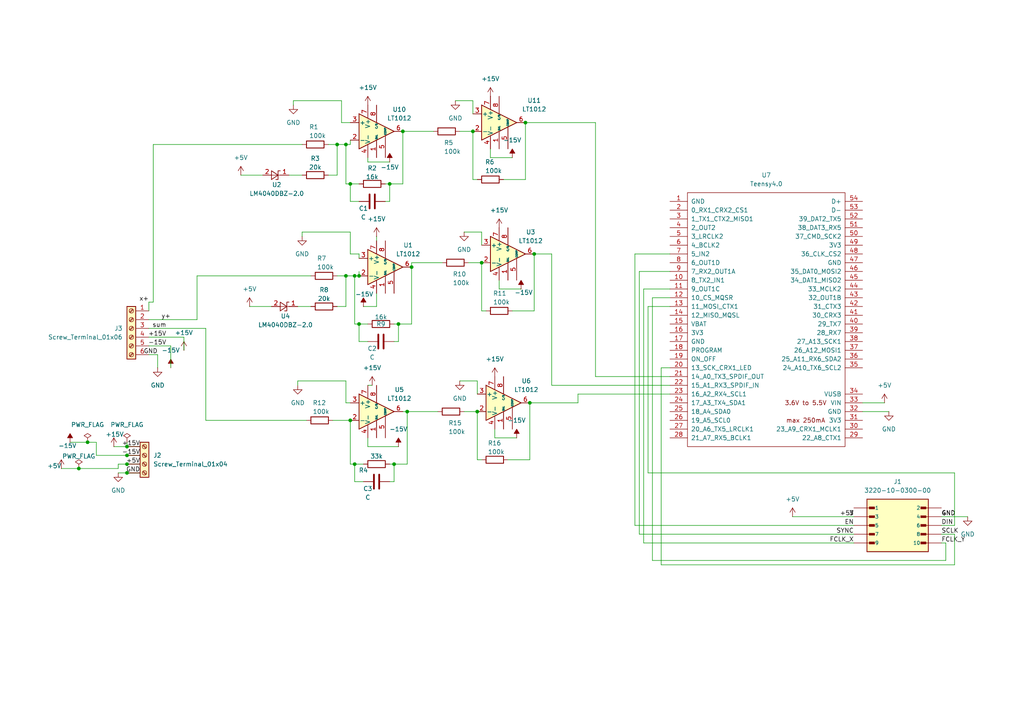
<source format=kicad_sch>
(kicad_sch (version 20250114) (generator "eeschema") (generator_version "9.0")
  (paper "A4")
  (lib_symbols
    (symbol "3220-10-0300-00:3220-10-0300-00" (pin_numbers (hide yes)) (pin_names (offset 1.016))
      (property "Reference" "J" (at -8.89 8.255 0))
      (property "Value" "3220-10-0300-00" (at -8.89 -10.16 0))
      (symbol "3220-10-0300-00_0_0"
        (rectangle (start -8.89 -7.62) (end 8.89 7.62) (stroke (width 0.254)) (fill (type background)))
        (rectangle (start -8.255 4.7625) (end -6.6675 5.3975) (stroke (width 0.1)) (fill (type outline)))
        (rectangle (start -8.255 2.2225) (end -6.6675 2.8575) (stroke (width 0.1)) (fill (type outline)))
        (rectangle (start -8.255 -0.3175) (end -6.6675 0.3175) (stroke (width 0.1)) (fill (type outline)))
        (rectangle (start -8.255 -2.8575) (end -6.6675 -2.2225) (stroke (width 0.1)) (fill (type outline)))
        (rectangle (start -8.255 -5.3975) (end -6.6675 -4.7625) (stroke (width 0.1)) (fill (type outline)))
        (rectangle (start 6.6675 4.7625) (end 8.255 5.3975) (stroke (width 0.1)) (fill (type outline)))
        (rectangle (start 6.6675 2.2225) (end 8.255 2.8575) (stroke (width 0.1)) (fill (type outline)))
        (rectangle (start 6.6675 -0.3175) (end 8.255 0.3175) (stroke (width 0.1)) (fill (type outline)))
        (rectangle (start 6.6675 -2.8575) (end 8.255 -2.2225) (stroke (width 0.1)) (fill (type outline)))
        (rectangle (start 6.6675 -5.3975) (end 8.255 -4.7625) (stroke (width 0.1)) (fill (type outline)))
        (pin passive line (at -12.7 5.08 0) (length 5.08) (name "1") (number "1"))
        (pin passive line (at -12.7 2.54 0) (length 5.08) (name "3") (number "3"))
        (pin passive line (at -12.7 0 0) (length 5.08) (name "5") (number "5"))
        (pin passive line (at -12.7 -2.54 0) (length 5.08) (name "7") (number "7"))
        (pin passive line (at -12.7 -5.08 0) (length 5.08) (name "9") (number "9"))
        (pin passive line (at 12.7 5.08 180) (length 5.08) (name "2") (number "2"))
        (pin passive line (at 12.7 2.54 180) (length 5.08) (name "4") (number "4"))
        (pin passive line (at 12.7 0 180) (length 5.08) (name "6") (number "6"))
        (pin passive line (at 12.7 -2.54 180) (length 5.08) (name "8") (number "8"))
        (pin passive line (at 12.7 -5.08 180) (length 5.08) (name "10") (number "10"))
      )
    )
    (symbol "Amplifier_Operational:LT1012" (pin_names (offset 0.127))
      (property "Reference" "U" (at 1.27 6.35 0))
      (property "Value" "LT1012" (at 1.27 3.81 0))
      (symbol "LT1012_0_1"
        (polyline (pts (xy -5.08 5.08) (xy 5.08 0) (xy -5.08 -5.08) (xy -5.08 5.08)) (stroke (width 0.254)) (fill (type background)))
      )
      (symbol "LT1012_1_1"
        (pin input line (at -7.62 2.54 0) (length 2.54) (name "+") (number "3"))
        (pin input line (at -7.62 -2.54 0) (length 2.54) (name "-") (number "2"))
        (pin power_in line (at -2.54 7.62 270) (length 3.81) (name "V+") (number "7"))
        (pin power_in line (at -2.54 -7.62 90) (length 3.81) (name "V-") (number "4"))
        (pin input line (at 0 7.62 270) (length 5.08) (name "C/B") (number "8"))
        (pin input line (at 0 -7.62 90) (length 5.08) (name "BAL") (number "1"))
        (pin input line (at 2.54 -7.62 90) (length 6.35) (name "COMP") (number "5"))
        (pin output line (at 7.62 0 180) (length 2.54) (name "~") (number "6"))
      )
    )
    (symbol "Connector:Screw_Terminal_01x04" (pin_numbers (hide yes)) (pin_names (offset 1.016) (hide yes))
      (property "Reference" "J" (at 0 5.08 0))
      (property "Value" "Screw_Terminal_01x04" (at 0 -7.62 0))
      (symbol "Screw_Terminal_01x04_1_1"
        (rectangle (start -1.27 3.81) (end 1.27 -6.35) (stroke (width 0.254)) (fill (type background)))
        (polyline (pts (xy -0.5334 2.8702) (xy 0.3302 2.032)) (stroke (width 0.1524)))
        (polyline (pts (xy -0.5334 0.3302) (xy 0.3302 -0.508)) (stroke (width 0.1524)))
        (polyline (pts (xy -0.5334 -2.2098) (xy 0.3302 -3.048)) (stroke (width 0.1524)))
        (polyline (pts (xy -0.5334 -4.7498) (xy 0.3302 -5.588)) (stroke (width 0.1524)))
        (polyline (pts (xy -0.3556 3.048) (xy 0.508 2.2098)) (stroke (width 0.1524)))
        (polyline (pts (xy -0.3556 0.508) (xy 0.508 -0.3302)) (stroke (width 0.1524)))
        (polyline (pts (xy -0.3556 -2.032) (xy 0.508 -2.8702)) (stroke (width 0.1524)))
        (polyline (pts (xy -0.3556 -4.572) (xy 0.508 -5.4102)) (stroke (width 0.1524)))
        (circle (center 0 2.54) (radius 0.635) (stroke (width 0.1524)))
        (circle (center 0 0) (radius 0.635) (stroke (width 0.1524)))
        (circle (center 0 -2.54) (radius 0.635) (stroke (width 0.1524)))
        (circle (center 0 -5.08) (radius 0.635) (stroke (width 0.1524)))
        (pin passive line (at -5.08 2.54 0) (length 3.81) (name "Pin_1") (number "1"))
        (pin passive line (at -5.08 0 0) (length 3.81) (name "Pin_2") (number "2"))
        (pin passive line (at -5.08 -2.54 0) (length 3.81) (name "Pin_3") (number "3"))
        (pin passive line (at -5.08 -5.08 0) (length 3.81) (name "Pin_4") (number "4"))
      )
    )
    (symbol "Connector:Screw_Terminal_01x06" (pin_names (offset 1.016) (hide yes))
      (property "Reference" "J" (at 0 7.62 0))
      (property "Value" "Screw_Terminal_01x06" (at 0 -10.16 0))
      (symbol "Screw_Terminal_01x06_1_1"
        (rectangle (start -1.27 6.35) (end 1.27 -8.89) (stroke (width 0.254)) (fill (type background)))
        (polyline (pts (xy -0.5334 5.4102) (xy 0.3302 4.572)) (stroke (width 0.1524)))
        (polyline (pts (xy -0.5334 2.8702) (xy 0.3302 2.032)) (stroke (width 0.1524)))
        (polyline (pts (xy -0.5334 0.3302) (xy 0.3302 -0.508)) (stroke (width 0.1524)))
        (polyline (pts (xy -0.5334 -2.2098) (xy 0.3302 -3.048)) (stroke (width 0.1524)))
        (polyline (pts (xy -0.5334 -4.7498) (xy 0.3302 -5.588)) (stroke (width 0.1524)))
        (polyline (pts (xy -0.5334 -7.2898) (xy 0.3302 -8.128)) (stroke (width 0.1524)))
        (polyline (pts (xy -0.3556 5.588) (xy 0.508 4.7498)) (stroke (width 0.1524)))
        (polyline (pts (xy -0.3556 3.048) (xy 0.508 2.2098)) (stroke (width 0.1524)))
        (polyline (pts (xy -0.3556 0.508) (xy 0.508 -0.3302)) (stroke (width 0.1524)))
        (polyline (pts (xy -0.3556 -2.032) (xy 0.508 -2.8702)) (stroke (width 0.1524)))
        (polyline (pts (xy -0.3556 -4.572) (xy 0.508 -5.4102)) (stroke (width 0.1524)))
        (polyline (pts (xy -0.3556 -7.112) (xy 0.508 -7.9502)) (stroke (width 0.1524)))
        (circle (center 0 5.08) (radius 0.635) (stroke (width 0.1524)))
        (circle (center 0 2.54) (radius 0.635) (stroke (width 0.1524)))
        (circle (center 0 0) (radius 0.635) (stroke (width 0.1524)))
        (circle (center 0 -2.54) (radius 0.635) (stroke (width 0.1524)))
        (circle (center 0 -5.08) (radius 0.635) (stroke (width 0.1524)))
        (circle (center 0 -7.62) (radius 0.635) (stroke (width 0.1524)))
        (pin passive line (at -5.08 5.08 0) (length 3.81) (name "Pin_1") (number "1"))
        (pin passive line (at -5.08 2.54 0) (length 3.81) (name "Pin_2") (number "2"))
        (pin passive line (at -5.08 0 0) (length 3.81) (name "Pin_3") (number "3"))
        (pin passive line (at -5.08 -2.54 0) (length 3.81) (name "Pin_4") (number "4"))
        (pin passive line (at -5.08 -5.08 0) (length 3.81) (name "Pin_5") (number "5"))
        (pin passive line (at -5.08 -7.62 0) (length 3.81) (name "Pin_6") (number "6"))
      )
    )
    (symbol "Device:C" (pin_numbers (hide yes)) (pin_names (offset 0.254))
      (property "Reference" "C" (at 0.635 2.54 0))
      (property "Value" "C" (at 0.635 -2.54 0))
      (symbol "C_0_1"
        (polyline (pts (xy -2.032 0.762) (xy 2.032 0.762)) (stroke (width 0.508)))
        (polyline (pts (xy -2.032 -0.762) (xy 2.032 -0.762)) (stroke (width 0.508)))
      )
      (symbol "C_1_1"
        (pin passive line (at 0 3.81 270) (length 2.794) (name "~") (number "1"))
        (pin passive line (at 0 -3.81 90) (length 2.794) (name "~") (number "2"))
      )
    )
    (symbol "Device:R" (pin_numbers (hide yes)) (pin_names (offset 0))
      (property "Reference" "R" (at 2.032 0 90))
      (property "Value" "R" (at 0 0 90))
      (symbol "R_0_1"
        (rectangle (start -1.016 -2.54) (end 1.016 2.54) (stroke (width 0.254)))
      )
      (symbol "R_1_1"
        (pin passive line (at 0 3.81 270) (length 1.27) (name "~") (number "1"))
        (pin passive line (at 0 -3.81 90) (length 1.27) (name "~") (number "2"))
      )
    )
    (symbol "Reference_Voltage:LM4040DBZ-2.0" (pin_names (offset 0.0254) (hide yes))
      (property "Reference" "U" (at 0 2.54 0))
      (property "Value" "LM4040DBZ-2.0" (at 0 -3.175 0))
      (symbol "LM4040DBZ-2.0_0_1"
        (polyline (pts (xy -1.27 0) (xy 0 0) (xy 1.27 0)))
        (polyline (pts (xy -1.27 -1.27) (xy 0.635 0) (xy -1.27 1.27) (xy -1.27 -1.27)) (stroke (width 0.2032)))
        (polyline (pts (xy 0 -1.27) (xy 0.635 -1.27) (xy 0.635 1.27) (xy 1.27 1.27)) (stroke (width 0.2032)))
      )
      (symbol "LM4040DBZ-2.0_1_1"
        (pin passive line (at -3.81 0 0) (length 2.54) (name "A") (number "2"))
        (pin no_connect line (at -1.27 0 0) (length 2.54) (hide yes) (name "NC") (number "3"))
        (pin passive line (at 3.81 0 180) (length 2.54) (name "K") (number "1"))
      )
    )
    (symbol "power:+15V" (power) (pin_numbers (hide yes)) (pin_names (offset 0) (hide yes))
      (property "Value" "+15V" (at 0 3.556 0))
      (symbol "+15V_0_1"
        (polyline (pts (xy -0.762 1.27) (xy 0 2.54)))
        (polyline (pts (xy 0 2.54) (xy 0.762 1.27)))
        (polyline (pts (xy 0 0) (xy 0 2.54)))
      )
      (symbol "+15V_1_1"
        (pin power_in line (at 0 0 90) (length 0) (name "~") (number "1"))
      )
    )
    (symbol "power:+5V" (power) (pin_numbers (hide yes)) (pin_names (offset 0) (hide yes))
      (property "Value" "+5V" (at 0 3.556 0))
      (symbol "+5V_0_1"
        (polyline (pts (xy -0.762 1.27) (xy 0 2.54)))
        (polyline (pts (xy 0 2.54) (xy 0.762 1.27)))
        (polyline (pts (xy 0 0) (xy 0 2.54)))
      )
      (symbol "+5V_1_1"
        (pin power_in line (at 0 0 90) (length 0) (name "~") (number "1"))
      )
    )
    (symbol "power:-15V" (power) (pin_numbers (hide yes)) (pin_names (offset 0) (hide yes))
      (property "Value" "-15V" (at 0 3.556 0))
      (symbol "-15V_0_0"
        (pin power_in line (at 0 0 90) (length 0) (name "~") (number "1"))
      )
      (symbol "-15V_0_1"
        (polyline (pts (xy 0 0) (xy 0 1.27) (xy 0.762 1.27) (xy 0 2.54) (xy -0.762 1.27) (xy 0 1.27)) (fill (type outline)))
      )
    )
    (symbol "power:GND" (power) (pin_numbers (hide yes)) (pin_names (offset 0) (hide yes))
      (property "Value" "GND" (at 0 -3.81 0))
      (symbol "GND_0_1"
        (polyline (pts (xy 0 0) (xy 0 -1.27) (xy 1.27 -1.27) (xy 0 -2.54) (xy -1.27 -1.27) (xy 0 -1.27)))
      )
      (symbol "GND_1_1"
        (pin power_in line (at 0 0 270) (length 0) (name "~") (number "1"))
      )
    )
    (symbol "power:PWR_FLAG" (power) (pin_numbers (hide yes)) (pin_names (offset 0) (hide yes))
      (property "Value" "PWR_FLAG" (at 0 3.81 0))
      (symbol "PWR_FLAG_0_0"
        (pin power_out line (at 0 0 90) (length 0) (name "~") (number "1"))
      )
      (symbol "PWR_FLAG_0_1"
        (polyline (pts (xy 0 0) (xy 0 1.27) (xy -1.016 1.905) (xy 0 2.54) (xy 1.016 1.905) (xy 0 1.27)))
      )
    )
    (symbol "teensy:Teensy4.0" (pin_names (offset 1.016))
      (property "Reference" "U" (at 0 39.37 0))
      (property "Value" "Teensy4.0" (at 0 -39.37 0))
      (symbol "Teensy4.0_0_0"
        (text "3.6V to 5.5V" (at 11.43 -24.13 0) (effects (font (size 1.27 1.27))))
        (text "max 250mA" (at 11.43 -29.21 0) (effects (font (size 1.27 1.27))))
        (pin bidirectional line (at -27.94 24.13 0) (length 5.08) (name "3_LRCLK2") (number "5"))
        (pin bidirectional line (at -27.94 21.59 0) (length 5.08) (name "4_BCLK2") (number "6"))
        (pin bidirectional line (at -27.94 19.05 0) (length 5.08) (name "5_IN2") (number "7"))
        (pin bidirectional line (at -27.94 16.51 0) (length 5.08) (name "6_OUT1D") (number "8"))
        (pin bidirectional line (at -27.94 13.97 0) (length 5.08) (name "7_RX2_OUT1A") (number "9"))
        (pin bidirectional line (at -27.94 11.43 0) (length 5.08) (name "8_TX2_IN1") (number "10"))
        (pin bidirectional line (at -27.94 8.89 0) (length 5.08) (name "9_OUT1C") (number "11"))
        (pin bidirectional line (at -27.94 6.35 0) (length 5.08) (name "10_CS_MQSR") (number "12"))
        (pin bidirectional line (at -27.94 3.81 0) (length 5.08) (name "11_MOSI_CTX1") (number "13"))
        (pin bidirectional line (at -27.94 1.27 0) (length 5.08) (name "12_MISO_MQSL") (number "14"))
        (pin power_in line (at -27.94 -1.27 0) (length 5.08) (name "VBAT") (number "15"))
        (pin power_in line (at -27.94 -3.81 0) (length 5.08) (name "3V3") (number "16"))
        (pin power_in line (at -27.94 -6.35 0) (length 5.08) (name "GND") (number "17"))
        (pin input line (at -27.94 -8.89 0) (length 5.08) (name "PROGRAM") (number "18"))
        (pin input line (at -27.94 -11.43 0) (length 5.08) (name "ON_OFF") (number "19"))
        (pin bidirectional line (at -27.94 -13.97 0) (length 5.08) (name "13_SCK_CRX1_LED") (number "20"))
        (pin bidirectional line (at -27.94 -16.51 0) (length 5.08) (name "14_A0_TX3_SPDIF_OUT") (number "21"))
        (pin bidirectional line (at -27.94 -19.05 0) (length 5.08) (name "15_A1_RX3_SPDIF_IN") (number "22"))
        (pin bidirectional line (at -27.94 -21.59 0) (length 5.08) (name "16_A2_RX4_SCL1") (number "23"))
        (pin bidirectional line (at -27.94 -24.13 0) (length 5.08) (name "17_A3_TX4_SDA1") (number "24"))
        (pin bidirectional line (at -27.94 -26.67 0) (length 5.08) (name "18_A4_SDA0") (number "25"))
        (pin bidirectional line (at -27.94 -29.21 0) (length 5.08) (name "19_A5_SCL0") (number "26"))
        (pin bidirectional line (at -27.94 -31.75 0) (length 5.08) (name "20_A6_TX5_LRCLK1") (number "27"))
        (pin bidirectional line (at -27.94 -34.29 0) (length 5.08) (name "21_A7_RX5_BCLK1") (number "28"))
        (pin bidirectional line (at 27.94 34.29 180) (length 5.08) (name "D+") (number "54"))
        (pin bidirectional line (at 27.94 31.75 180) (length 5.08) (name "D-") (number "53"))
        (pin bidirectional line (at 27.94 29.21 180) (length 5.08) (name "39_DAT2_TX5") (number "52"))
        (pin bidirectional line (at 27.94 26.67 180) (length 5.08) (name "38_DAT3_RX5") (number "51"))
        (pin bidirectional line (at 27.94 24.13 180) (length 5.08) (name "37_CMD_SCK2") (number "50"))
        (pin power_out line (at 27.94 21.59 180) (length 5.08) (name "3V3") (number "49"))
        (pin bidirectional line (at 27.94 19.05 180) (length 5.08) (name "36_CLK_CS2") (number "48"))
        (pin power_out line (at 27.94 16.51 180) (length 5.08) (name "GND") (number "47"))
        (pin bidirectional line (at 27.94 13.97 180) (length 5.08) (name "35_DAT0_MOSI2") (number "46"))
        (pin bidirectional line (at 27.94 11.43 180) (length 5.08) (name "34_DAT1_MISO2") (number "45"))
        (pin bidirectional line (at 27.94 8.89 180) (length 5.08) (name "33_MCLK2") (number "44"))
        (pin bidirectional line (at 27.94 6.35 180) (length 5.08) (name "32_OUT1B") (number "43"))
        (pin bidirectional line (at 27.94 3.81 180) (length 5.08) (name "31_CTX3") (number "42"))
        (pin bidirectional line (at 27.94 1.27 180) (length 5.08) (name "30_CRX3") (number "41"))
        (pin bidirectional line (at 27.94 -1.27 180) (length 5.08) (name "29_TX7") (number "40"))
        (pin bidirectional line (at 27.94 -3.81 180) (length 5.08) (name "28_RX7") (number "39"))
        (pin bidirectional line (at 27.94 -6.35 180) (length 5.08) (name "27_A13_SCK1") (number "38"))
        (pin bidirectional line (at 27.94 -8.89 180) (length 5.08) (name "26_A12_MOSI1") (number "37"))
        (pin bidirectional line (at 27.94 -11.43 180) (length 5.08) (name "25_A11_RX6_SDA2") (number "36"))
        (pin bidirectional line (at 27.94 -13.97 180) (length 5.08) (name "24_A10_TX6_SCL2") (number "35"))
        (pin power_out line (at 27.94 -21.59 180) (length 5.08) (name "VUSB") (number "34"))
        (pin power_in line (at 27.94 -24.13 180) (length 5.08) (name "VIN") (number "33"))
        (pin power_in line (at 27.94 -26.67 180) (length 5.08) (name "GND") (number "32"))
        (pin power_out line (at 27.94 -29.21 180) (length 5.08) (name "3V3") (number "31"))
        (pin bidirectional line (at 27.94 -31.75 180) (length 5.08) (name "23_A9_CRX1_MCLK1") (number "30"))
        (pin bidirectional line (at 27.94 -34.29 180) (length 5.08) (name "22_A8_CTX1") (number "29"))
      )
      (symbol "Teensy4.0_0_1"
        (rectangle (start -22.86 36.83) (end 22.86 -36.83))
        (rectangle (start -20.32 -31.75) (end -20.32 -31.75))
      )
      (symbol "Teensy4.0_1_1"
        (pin power_in line (at -27.94 34.29 0) (length 5.08) (name "GND") (number "1"))
        (pin bidirectional line (at -27.94 31.75 0) (length 5.08) (name "0_RX1_CRX2_CS1") (number "2"))
        (pin bidirectional line (at -27.94 29.21 0) (length 5.08) (name "1_TX1_CTX2_MISO1") (number "3"))
        (pin bidirectional line (at -27.94 26.67 0) (length 5.08) (name "2_OUT2") (number "4"))
      )
    )
  )
  (junction (at 115.57 93.98))
  (junction (at 138.43 119.38))
  (junction (at 116.84 38.1))
  (junction (at 36.83 134.62))
  (junction (at 114.3 134.62))
  (junction (at 119.38 77.47))
  (junction (at 101.6 53.34))
  (junction (at 102.87 134.62))
  (junction (at 36.83 129.54))
  (junction (at 102.87 80.01))
  (junction (at 104.14 93.98))
  (junction (at 154.94 73.66))
  (junction (at 22.86 135.89))
  (junction (at 36.83 137.16))
  (junction (at 97.79 41.91))
  (junction (at 104.14 80.01))
  (junction (at 36.83 132.08))
  (junction (at 139.7 76.2))
  (junction (at 100.33 80.01))
  (junction (at 118.11 119.38))
  (junction (at 101.6 121.92))
  (junction (at 25.4 128.27))
  (junction (at 113.03 53.34))
  (junction (at 153.67 116.84))
  (junction (at 100.33 41.91))
  (junction (at 137.16 38.1))
  (junction (at 152.4 35.56))
  (wire (pts (xy 115.57 99.06) (xy 115.57 93.98)))
  (wire (pts (xy 111.76 58.42) (xy 113.03 58.42)))
  (wire (pts (xy 118.11 134.62) (xy 114.3 134.62)))
  (wire (pts (xy 152.4 35.56) (xy 172.72 35.56)))
  (wire (pts (xy 134.62 67.31) (xy 139.7 67.31)))
  (wire (pts (xy 44.45 41.91) (xy 87.63 41.91)))
  (wire (pts (xy 172.72 35.56) (xy 172.72 109.22)))
  (wire (pts (xy 43.18 97.79) (xy 53.34 97.79)))
  (wire (pts (xy 106.68 129.54) (xy 115.57 129.54)))
  (wire (pts (xy 100.33 116.84) (xy 101.6 116.84)))
  (wire (pts (xy 102.87 80.01) (xy 104.14 80.01)))
  (wire (pts (xy 247.65 152.4) (xy 184.15 152.4)))
  (wire (pts (xy 160.02 73.66) (xy 154.94 73.66)))
  (wire (pts (xy 139.7 90.17) (xy 140.97 90.17)))
  (wire (pts (xy 100.33 88.9) (xy 100.33 80.01)))
  (wire (pts (xy 95.25 50.8) (xy 97.79 50.8)))
  (wire (pts (xy 187.96 137.16) (xy 187.96 88.9)))
  (wire (pts (xy 186.69 157.48) (xy 186.69 83.82)))
  (wire (pts (xy 102.87 134.62) (xy 105.41 134.62)))
  (wire (pts (xy 273.05 157.48) (xy 274.32 157.48)))
  (wire (pts (xy 116.84 119.38) (xy 118.11 119.38)))
  (wire (pts (xy 135.89 76.2) (xy 139.7 76.2)))
  (wire (pts (xy 154.94 90.17) (xy 154.94 73.66)))
  (wire (pts (xy 194.31 114.3) (xy 167.64 114.3)))
  (wire (pts (xy 189.23 86.36) (xy 194.31 86.36)))
  (wire (pts (xy 276.86 163.83) (xy 276.86 154.94)))
  (wire (pts (xy 273.05 152.4) (xy 276.86 152.4)))
  (wire (pts (xy 247.65 157.48) (xy 186.69 157.48)))
  (wire (pts (xy 113.03 53.34) (xy 111.76 53.34)))
  (wire (pts (xy 276.86 154.94) (xy 273.05 154.94)))
  (wire (pts (xy 100.33 80.01) (xy 102.87 80.01)))
  (wire (pts (xy 45.72 106.68) (xy 45.72 102.87)))
  (wire (pts (xy 43.18 95.25) (xy 59.69 95.25)))
  (wire (pts (xy 49.53 106.68) (xy 49.53 100.33)))
  (wire (pts (xy 102.87 93.98) (xy 104.14 93.98)))
  (wire (pts (xy 109.22 69.85) (xy 109.22 68.58)))
  (wire (pts (xy 132.08 29.21) (xy 137.16 29.21)))
  (wire (pts (xy 87.63 67.31) (xy 87.63 68.58)))
  (wire (pts (xy 114.3 139.7) (xy 114.3 134.62)))
  (wire (pts (xy 96.52 121.92) (xy 101.6 121.92)))
  (wire (pts (xy 101.6 53.34) (xy 104.14 53.34)))
  (wire (pts (xy 186.69 83.82) (xy 194.31 83.82)))
  (wire (pts (xy 118.11 119.38) (xy 118.11 134.62)))
  (wire (pts (xy 86.36 110.49) (xy 86.36 111.76)))
  (wire (pts (xy 33.02 129.54) (xy 36.83 129.54)))
  (wire (pts (xy 274.32 162.56) (xy 189.23 162.56)))
  (wire (pts (xy 43.18 92.71) (xy 57.15 92.71)))
  (wire (pts (xy 106.68 45.72) (xy 106.68 46.99)))
  (wire (pts (xy 86.36 88.9) (xy 90.17 88.9)))
  (wire (pts (xy 20.32 128.27) (xy 25.4 128.27)))
  (wire (pts (xy 152.4 35.56) (xy 152.4 52.07)))
  (wire (pts (xy 142.24 45.72) (xy 142.24 43.18)))
  (wire (pts (xy 138.43 133.35) (xy 139.7 133.35)))
  (wire (pts (xy 85.09 29.21) (xy 85.09 30.48)))
  (wire (pts (xy 189.23 162.56) (xy 189.23 86.36)))
  (wire (pts (xy 119.38 77.47) (xy 119.38 93.98)))
  (wire (pts (xy 101.6 40.64) (xy 101.6 41.91)))
  (wire (pts (xy 36.83 134.62) (xy 40.64 134.62)))
  (wire (pts (xy 138.43 133.35) (xy 138.43 119.38)))
  (wire (pts (xy 109.22 88.9) (xy 109.22 85.09)))
  (wire (pts (xy 102.87 80.01) (xy 102.87 93.98)))
  (wire (pts (xy 72.39 88.9) (xy 78.74 88.9)))
  (wire (pts (xy 99.06 29.21) (xy 99.06 35.56)))
  (wire (pts (xy 116.84 53.34) (xy 113.03 53.34)))
  (wire (pts (xy 101.6 67.31) (xy 101.6 73.66)))
  (wire (pts (xy 119.38 76.2) (xy 128.27 76.2)))
  (wire (pts (xy 139.7 71.12) (xy 139.7 67.31)))
  (wire (pts (xy 87.63 67.31) (xy 101.6 67.31)))
  (wire (pts (xy 187.96 88.9) (xy 194.31 88.9)))
  (wire (pts (xy 144.78 83.82) (xy 144.78 81.28)))
  (wire (pts (xy 69.85 50.8) (xy 76.2 50.8)))
  (wire (pts (xy 36.83 137.16) (xy 40.64 137.16)))
  (wire (pts (xy 184.15 152.4) (xy 184.15 73.66)))
  (wire (pts (xy 43.18 100.33) (xy 49.53 100.33)))
  (wire (pts (xy 83.82 50.8) (xy 87.63 50.8)))
  (wire (pts (xy 114.3 134.62) (xy 113.03 134.62)))
  (wire (pts (xy 95.25 41.91) (xy 97.79 41.91)))
  (wire (pts (xy 106.68 111.76) (xy 107.95 111.76)))
  (wire (pts (xy 191.77 163.83) (xy 276.86 163.83)))
  (wire (pts (xy 151.13 83.82) (xy 144.78 83.82)))
  (wire (pts (xy 149.86 127) (xy 143.51 127)))
  (wire (pts (xy 102.87 139.7) (xy 105.41 139.7)))
  (wire (pts (xy 167.64 114.3) (xy 167.64 116.84)))
  (wire (pts (xy 194.31 78.74) (xy 185.42 78.74)))
  (wire (pts (xy 114.3 99.06) (xy 115.57 99.06)))
  (wire (pts (xy 90.17 80.01) (xy 57.15 80.01)))
  (wire (pts (xy 100.33 53.34) (xy 100.33 41.91)))
  (wire (pts (xy 25.4 128.27) (xy 27.94 128.27)))
  (wire (pts (xy 101.6 73.66) (xy 104.14 73.66)))
  (wire (pts (xy 104.14 99.06) (xy 106.68 99.06)))
  (wire (pts (xy 34.29 137.16) (xy 36.83 137.16)))
  (wire (pts (xy 101.6 58.42) (xy 104.14 58.42)))
  (wire (pts (xy 147.32 133.35) (xy 153.67 133.35)))
  (wire (pts (xy 105.41 88.9) (xy 109.22 88.9)))
  (wire (pts (xy 104.14 93.98) (xy 106.68 93.98)))
  (wire (pts (xy 43.18 87.63) (xy 43.18 90.17)))
  (wire (pts (xy 113.03 139.7) (xy 114.3 139.7)))
  (wire (pts (xy 273.05 149.86) (xy 280.67 149.86)))
  (wire (pts (xy 191.77 106.68) (xy 191.77 163.83)))
  (wire (pts (xy 104.14 99.06) (xy 104.14 93.98)))
  (wire (pts (xy 148.59 90.17) (xy 154.94 90.17)))
  (wire (pts (xy 34.29 135.89) (xy 34.29 134.62)))
  (wire (pts (xy 59.69 95.25) (xy 59.69 121.92)))
  (wire (pts (xy 113.03 46.99) (xy 106.68 46.99)))
  (wire (pts (xy 119.38 76.2) (xy 119.38 77.47)))
  (wire (pts (xy 250.19 116.84) (xy 256.54 116.84)))
  (wire (pts (xy 22.86 135.89) (xy 34.29 135.89)))
  (wire (pts (xy 27.94 128.27) (xy 27.94 132.08)))
  (wire (pts (xy 100.33 53.34) (xy 101.6 53.34)))
  (wire (pts (xy 119.38 93.98) (xy 115.57 93.98)))
  (wire (pts (xy 17.78 135.89) (xy 22.86 135.89)))
  (wire (pts (xy 250.19 119.38) (xy 257.81 119.38)))
  (wire (pts (xy 194.31 106.68) (xy 191.77 106.68)))
  (wire (pts (xy 97.79 41.91) (xy 100.33 41.91)))
  (wire (pts (xy 100.33 110.49) (xy 100.33 116.84)))
  (wire (pts (xy 100.33 41.91) (xy 101.6 41.91)))
  (wire (pts (xy 36.83 132.08) (xy 40.64 132.08)))
  (wire (pts (xy 137.16 33.02) (xy 137.16 29.21)))
  (wire (pts (xy 148.59 45.72) (xy 142.24 45.72)))
  (wire (pts (xy 45.72 102.87) (xy 43.18 102.87)))
  (wire (pts (xy 274.32 157.48) (xy 274.32 162.56)))
  (wire (pts (xy 143.51 127) (xy 143.51 124.46)))
  (wire (pts (xy 160.02 111.76) (xy 160.02 73.66)))
  (wire (pts (xy 139.7 90.17) (xy 139.7 76.2)))
  (wire (pts (xy 27.94 132.08) (xy 36.83 132.08)))
  (wire (pts (xy 101.6 58.42) (xy 101.6 53.34)))
  (wire (pts (xy 276.86 137.16) (xy 187.96 137.16)))
  (wire (pts (xy 102.87 139.7) (xy 102.87 134.62)))
  (wire (pts (xy 34.29 134.62) (xy 36.83 134.62)))
  (wire (pts (xy 113.03 58.42) (xy 113.03 53.34)))
  (wire (pts (xy 97.79 50.8) (xy 97.79 41.91)))
  (wire (pts (xy 44.45 41.91) (xy 44.45 87.63)))
  (wire (pts (xy 146.05 52.07) (xy 152.4 52.07)))
  (wire (pts (xy 185.42 154.94) (xy 247.65 154.94)))
  (wire (pts (xy 86.36 110.49) (xy 100.33 110.49)))
  (wire (pts (xy 133.35 110.49) (xy 138.43 110.49)))
  (wire (pts (xy 276.86 152.4) (xy 276.86 137.16)))
  (wire (pts (xy 184.15 73.66) (xy 194.31 73.66)))
  (wire (pts (xy 53.34 101.6) (xy 53.34 97.79)))
  (wire (pts (xy 153.67 133.35) (xy 153.67 116.84)))
  (wire (pts (xy 36.83 128.27) (xy 36.83 129.54)))
  (wire (pts (xy 137.16 52.07) (xy 138.43 52.07)))
  (wire (pts (xy 137.16 52.07) (xy 137.16 38.1)))
  (wire (pts (xy 101.6 134.62) (xy 102.87 134.62)))
  (wire (pts (xy 138.43 114.3) (xy 138.43 110.49)))
  (wire (pts (xy 43.18 87.63) (xy 44.45 87.63)))
  (wire (pts (xy 101.6 121.92) (xy 101.6 134.62)))
  (wire (pts (xy 167.64 116.84) (xy 153.67 116.84)))
  (wire (pts (xy 85.09 29.21) (xy 99.06 29.21)))
  (wire (pts (xy 116.84 38.1) (xy 125.73 38.1)))
  (wire (pts (xy 133.35 38.1) (xy 137.16 38.1)))
  (wire (pts (xy 185.42 78.74) (xy 185.42 154.94)))
  (wire (pts (xy 57.15 92.71) (xy 57.15 80.01)))
  (wire (pts (xy 104.14 74.93) (xy 104.14 73.66)))
  (wire (pts (xy 97.79 88.9) (xy 100.33 88.9)))
  (wire (pts (xy 134.62 119.38) (xy 138.43 119.38)))
  (wire (pts (xy 115.57 93.98) (xy 114.3 93.98)))
  (wire (pts (xy 118.11 119.38) (xy 127 119.38)))
  (wire (pts (xy 104.14 78.74) (xy 104.14 80.01)))
  (wire (pts (xy 194.31 111.76) (xy 160.02 111.76)))
  (wire (pts (xy 88.9 121.92) (xy 59.69 121.92)))
  (wire (pts (xy 40.64 129.54) (xy 36.83 129.54)))
  (wire (pts (xy 116.84 38.1) (xy 116.84 53.34)))
  (wire (pts (xy 99.06 35.56) (xy 101.6 35.56)))
  (wire (pts (xy 229.87 149.86) (xy 247.65 149.86)))
  (wire (pts (xy 106.68 127) (xy 106.68 129.54)))
  (wire (pts (xy 97.79 80.01) (xy 100.33 80.01)))
  (wire (pts (xy 172.72 109.22) (xy 194.31 109.22)))
  (label "y+" (at 49.53 92.71 180))
  (label "+15V" (at 48.26 97.79 180))
  (label "sum" (at 48.26 95.25 180))
  (label "4" (at 273.05 149.86 0))
  (label "FCLK_X" (at 247.65 157.48 180))
  (label "-15V" (at 40.64 132.08 180))
  (label "+15V" (at 40.64 129.54 180))
  (label "-15V" (at 48.26 100.33 180))
  (label "GND" (at 273.05 149.86 0))
  (label "+5V" (at 40.64 134.62 180))
  (label "SCLK" (at 273.05 154.94 0))
  (label "EN" (at 247.65 152.4 180))
  (label "GND" (at 273.05 149.86 0))
  (label "3" (at 247.65 149.86 180))
  (label "x+" (at 43.18 87.63 180))
  (label "+5V" (at 247.65 149.86 180))
  (label "SYNC" (at 247.65 154.94 180))
  (label "FCLK_Y" (at 273.05 157.48 0))
  (label "GND" (at 45.72 102.87 180))
  (label "GND" (at 40.64 137.16 180))
  (label "DIN" (at 273.05 152.4 0))
  (symbol (lib_id "power:+15V") (at 142.24 27.94 0) (unit 1)
    (property "Reference" "#PWR023" (effects (hide yes)))
    (property "Value" "+15V" (at 142.24 22.86 0))
    (property "Description" "Power symbol creates a global label with name \"+15V\"" (effects (hide yes)))
  )
  (symbol (lib_id "Device:R") (at 130.81 119.38 90) (unit 1)
    (property "Reference" "R15" (at 130.048 122.682 90) (effects (justify right)))
    (property "Value" "100k" (at 130.048 125.222 90) (effects (justify right)))
    (property "Footprint" "Resistor_SMD:R_0805_2012Metric" (effects (hide yes)))
    (property "Description" "Resistor" (effects (hide yes)))
  )
  (symbol (lib_id "power:+5V") (at 229.87 149.86 0) (unit 1)
    (property "Reference" "#PWR030" (effects (hide yes)))
    (property "Value" "+5V" (at 229.87 144.78 0))
    (property "Description" "Power symbol creates a global label with name \"+5V\"" (effects (hide yes)))
  )
  (symbol (lib_id "Device:R") (at 132.08 76.2 90) (unit 1)
    (property "Reference" "R10" (at 131.318 79.502 90) (effects (justify right)))
    (property "Value" "100k" (at 131.318 82.042 90) (effects (justify right)))
    (property "Footprint" "Resistor_SMD:R_0805_2012Metric" (effects (hide yes)))
    (property "Description" "Resistor" (effects (hide yes)))
  )
  (symbol (lib_id "Connector:Screw_Terminal_01x04") (at 41.91 132.08 0) (unit 1)
    (property "Reference" "J2" (at 44.45 132.0799 0) (effects (justify left)))
    (property "Value" "Screw_Terminal_01x04" (at 44.45 134.6199 0) (effects (justify left)))
    (property "Footprint" "TerminalBlock_Phoenix:TerminalBlock_Phoenix_MKDS-1,5-4-5.08_1x04_P5.08mm_Horizontal" (effects (hide yes)))
    (property "Description" "Generic screw terminal, single row, 01x04, script generated (kicad-library-utils/schlib/autogen/connector/)" (effects (hide yes)))
  )
  (symbol (lib_id "Device:R") (at 110.49 93.98 90) (unit 1)
    (property "Reference" "R9" (at 110.49 93.98 90))
    (property "Value" "16k" (at 110.49 91.948 90))
    (property "Footprint" "Resistor_SMD:R_0805_2012Metric" (effects (hide yes)))
    (property "Description" "Resistor" (effects (hide yes)))
  )
  (symbol (lib_id "power:+5V") (at 17.78 135.89 0) (unit 1)
    (property "Reference" "#PWR08" (effects (hide yes)))
    (property "Value" "+5V" (at 15.748 135.128 0))
    (property "Description" "Power symbol creates a global label with name \"+5V\"" (effects (hide yes)))
  )
  (symbol (lib_id "Device:R") (at 129.54 38.1 90) (unit 1)
    (property "Reference" "R5" (at 128.778 41.402 90) (effects (justify right)))
    (property "Value" "100k" (at 128.778 43.942 90) (effects (justify right)))
    (property "Footprint" "Resistor_SMD:R_0805_2012Metric" (effects (hide yes)))
    (property "Description" "Resistor" (effects (hide yes)))
  )
  (symbol (lib_id "power:GND") (at 132.08 29.21 0) (unit 1)
    (property "Reference" "#PWR010" (effects (hide yes)))
    (property "Value" "GND" (at 132.08 34.29 0))
    (property "Description" "Power symbol creates a global label with name \"GND\" , ground" (effects (hide yes)))
  )
  (symbol (lib_id "Device:R") (at 107.95 53.34 90) (unit 1)
    (property "Reference" "R2" (at 107.95 48.768 90))
    (property "Value" "16k" (at 107.95 51.308 90))
    (property "Footprint" "Resistor_SMD:R_0805_2012Metric" (effects (hide yes)))
    (property "Description" "Resistor" (effects (hide yes)))
  )
  (symbol (lib_id "power:+15V") (at 143.51 109.22 0) (unit 1)
    (property "Reference" "#PWR021" (effects (hide yes)))
    (property "Value" "+15V" (at 143.51 104.14 0))
    (property "Description" "Power symbol creates a global label with name \"+15V\"" (effects (hide yes)))
  )
  (symbol (lib_id "power:-15V") (at 115.57 129.54 0) (unit 1)
    (property "Reference" "#PWR026" (effects (hide yes)))
    (property "Value" "-15V" (at 115.57 124.46 0))
    (property "Description" "Power symbol creates a global label with name \"-15V\"" (effects (hide yes)))
  )
  (symbol (lib_id "power:+5V") (at 256.54 116.84 0) (unit 1)
    (property "Reference" "#PWR017" (effects (hide yes)))
    (property "Value" "+5V" (at 256.54 111.76 0))
    (property "Description" "Power symbol creates a global label with name \"+5V\"" (effects (hide yes)))
  )
  (symbol (lib_id "power:+15V") (at 109.22 68.58 0) (unit 1)
    (property "Reference" "#PWR019" (effects (hide yes)))
    (property "Value" "+15V" (at 109.22 63.5 0))
    (property "Description" "Power symbol creates a global label with name \"+15V\"" (effects (hide yes)))
  )
  (symbol (lib_id "power:-15V") (at 20.32 128.27 0) (unit 1)
    (property "Reference" "#PWR07" (effects (hide yes)))
    (property "Value" "-15V" (at 19.558 129.286 0))
    (property "Description" "Power symbol creates a global label with name \"-15V\"" (effects (hide yes)))
  )
  (symbol (lib_id "Reference_Voltage:LM4040DBZ-2.0") (at 80.01 50.8 0) (unit 1)
    (property "Reference" "U2" (at 80.264 53.594 0))
    (property "Value" "LM4040DBZ-2.0" (at 80.264 56.134 0))
    (property "Footprint" "Package_TO_SOT_SMD:SOT-23" (effects (hide yes)))
    (property "Datasheet" "http://www.ti.com/lit/ds/symlink/lm4040-n.pdf" (effects (hide yes)))
    (property "Description" "2.048V Precision Micropower Shunt Voltage Reference, SOT-23" (effects (hide yes)))
  )
  (symbol (lib_id "Device:R") (at 91.44 41.91 90) (unit 1)
    (property "Reference" "R1" (at 89.662 36.83 90) (effects (justify right)))
    (property "Value" "100k" (at 89.662 39.37 90) (effects (justify right)))
    (property "Footprint" "Resistor_SMD:R_0805_2012Metric" (effects (hide yes)))
    (property "Description" "Resistor" (effects (hide yes)))
  )
  (symbol (lib_id "power:+5V") (at 72.39 88.9 0) (unit 1)
    (property "Reference" "#PWR011" (effects (hide yes)))
    (property "Value" "+5V" (at 72.39 83.82 0))
    (property "Description" "Power symbol creates a global label with name \"+5V\"" (effects (hide yes)))
  )
  (symbol (lib_id "Reference_Voltage:LM4040DBZ-2.0") (at 82.55 88.9 0) (unit 1)
    (property "Reference" "U4" (at 82.804 91.694 0))
    (property "Value" "LM4040DBZ-2.0" (at 82.804 94.234 0))
    (property "Footprint" "Package_TO_SOT_SMD:SOT-23" (effects (hide yes)))
    (property "Datasheet" "http://www.ti.com/lit/ds/symlink/lm4040-n.pdf" (effects (hide yes)))
    (property "Description" "2.048V Precision Micropower Shunt Voltage Reference, SOT-23" (effects (hide yes)))
  )
  (symbol (lib_id "power:GND") (at 257.81 119.38 0) (unit 1)
    (property "Reference" "#PWR018" (effects (hide yes)))
    (property "Value" "GND" (at 257.81 124.46 0))
    (property "Description" "Power symbol creates a global label with name \"GND\" , ground" (effects (hide yes)))
  )
  (symbol (lib_id "power:-15V") (at 105.41 88.9 0) (unit 1)
    (property "Reference" "#PWR025" (effects (hide yes)))
    (property "Value" "-15V" (at 105.664 85.344 0))
    (property "Description" "Power symbol creates a global label with name \"-15V\"" (effects (hide yes)))
  )
  (symbol (lib_id "power:GND") (at 34.29 137.16 0) (unit 1)
    (property "Reference" "#PWR035" (effects (hide yes)))
    (property "Value" "GND" (at 34.29 142.24 0))
    (property "Description" "Power symbol creates a global label with name \"GND\" , ground" (effects (hide yes)))
  )
  (symbol (lib_id "Connector:Screw_Terminal_01x06") (at 38.1 95.25 0) (mirror y) (unit 1)
    (property "Reference" "J3" (at 35.56 95.2499 0) (effects (justify left)))
    (property "Value" "Screw_Terminal_01x06" (at 35.56 97.7899 0) (effects (justify left)))
    (property "Footprint" "TerminalBlock_Phoenix:TerminalBlock_Phoenix_MKDS-1,5-6-5.08_1x06_P5.08mm_Horizontal" (effects (hide yes)))
    (property "Description" "Generic screw terminal, single row, 01x06, script generated (kicad-library-utils/schlib/autogen/connector/)" (effects (hide yes)))
  )
  (symbol (lib_id "Amplifier_Operational:LT1012") (at 147.32 73.66 0) (unit 1)
    (property "Reference" "U3" (at 153.924 67.31 0))
    (property "Value" "LT1012" (at 153.924 69.85 0))
    (property "Footprint" "Package_SO:SOIC-8_3.9x4.9mm_P1.27mm" (effects (hide yes)))
    (property "Datasheet" "https://www.analog.com/media/en/technical-documentation/data-sheets/lt1012.pdf" (effects (hide yes)))
    (property "Description" "Single Picoamp Input Current, Microvolt Offset, Low Noise Op Amp, DIP-8/SOIC-8/TO-5-8" (effects (hide yes)))
  )
  (symbol (lib_id "Device:R") (at 109.22 134.62 90) (unit 1)
    (property "Reference" "R4" (at 105.41 136.398 90))
    (property "Value" "33k" (at 109.22 132.334 90))
    (property "Footprint" "Resistor_SMD:R_0805_2012Metric" (effects (hide yes)))
    (property "Description" "Resistor" (effects (hide yes)))
  )
  (symbol (lib_id "power:GND") (at 85.09 30.48 0) (unit 1)
    (property "Reference" "#PWR01" (effects (hide yes)))
    (property "Value" "GND" (at 85.09 35.56 0))
    (property "Description" "Power symbol creates a global label with name \"GND\" , ground" (effects (hide yes)))
  )
  (symbol (lib_id "power:+15V") (at 33.02 129.54 0) (unit 1)
    (property "Reference" "#PWR06" (effects (hide yes)))
    (property "Value" "+15V" (at 33.274 125.984 0))
    (property "Description" "Power symbol creates a global label with name \"+15V\"" (effects (hide yes)))
  )
  (symbol (lib_id "Device:R") (at 91.44 50.8 90) (unit 1)
    (property "Reference" "R3" (at 91.44 45.974 90))
    (property "Value" "20k" (at 91.44 48.514 90))
    (property "Footprint" "Resistor_SMD:R_0805_2012Metric" (effects (hide yes)))
    (property "Description" "Resistor" (effects (hide yes)))
  )
  (symbol (lib_id "Amplifier_Operational:LT1012") (at 109.22 119.38 0) (unit 1)
    (property "Reference" "U5" (at 115.824 113.03 0))
    (property "Value" "LT1012" (at 115.824 115.57 0))
    (property "Footprint" "Package_SO:SOIC-8_3.9x4.9mm_P1.27mm" (effects (hide yes)))
    (property "Datasheet" "https://www.analog.com/media/en/technical-documentation/data-sheets/lt1012.pdf" (effects (hide yes)))
    (property "Description" "Single Picoamp Input Current, Microvolt Offset, Low Noise Op Amp, DIP-8/SOIC-8/TO-5-8" (effects (hide yes)))
  )
  (symbol (lib_id "Device:R") (at 143.51 133.35 90) (unit 1)
    (property "Reference" "R16" (at 141.478 128.524 90) (effects (justify right)))
    (property "Value" "100k" (at 141.478 131.064 90) (effects (justify right)))
    (property "Footprint" "Resistor_SMD:R_0805_2012Metric" (effects (hide yes)))
    (property "Description" "Resistor" (effects (hide yes)))
  )
  (symbol (lib_id "Amplifier_Operational:LT1012") (at 109.22 38.1 0) (unit 1)
    (property "Reference" "U10" (at 115.824 31.75 0))
    (property "Value" "LT1012" (at 115.824 34.29 0))
    (property "Footprint" "Package_SO:SOIC-8_3.9x4.9mm_P1.27mm" (effects (hide yes)))
    (property "Datasheet" "https://www.analog.com/media/en/technical-documentation/data-sheets/lt1012.pdf" (effects (hide yes)))
    (property "Description" "Single Picoamp Input Current, Microvolt Offset, Low Noise Op Amp, DIP-8/SOIC-8/TO-5-8" (effects (hide yes)))
  )
  (symbol (lib_id "power:GND") (at 45.72 106.68 0) (unit 1)
    (property "Reference" "#PWR034" (effects (hide yes)))
    (property "Value" "GND" (at 45.72 111.76 0))
    (property "Description" "Power symbol creates a global label with name \"GND\" , ground" (effects (hide yes)))
  )
  (symbol (lib_id "Device:C") (at 107.95 58.42 90) (unit 1)
    (property "Reference" "C1" (at 105.41 60.452 90))
    (property "Value" "C" (at 105.41 62.992 90))
    (property "Footprint" "Capacitor_SMD:C_0805_2012Metric" (effects (hide yes)))
    (property "Description" "Unpolarized capacitor" (effects (hide yes)))
  )
  (symbol (lib_id "Device:R") (at 144.78 90.17 90) (unit 1)
    (property "Reference" "R11" (at 143.002 85.09 90) (effects (justify right)))
    (property "Value" "100k" (at 143.002 87.63 90) (effects (justify right)))
    (property "Footprint" "Resistor_SMD:R_0805_2012Metric" (effects (hide yes)))
    (property "Description" "Resistor" (effects (hide yes)))
  )
  (symbol (lib_id "power:-15V") (at 148.59 45.72 0) (unit 1)
    (property "Reference" "#PWR029" (effects (hide yes)))
    (property "Value" "-15V" (at 148.59 40.64 0))
    (property "Description" "Power symbol creates a global label with name \"-15V\"" (effects (hide yes)))
  )
  (symbol (lib_id "power:GND") (at 280.67 149.86 0) (unit 1)
    (property "Reference" "#PWR031" (effects (hide yes)))
    (property "Value" "GND" (at 280.67 154.94 0))
    (property "Description" "Power symbol creates a global label with name \"GND\" , ground" (effects (hide yes)))
  )
  (symbol (lib_id "power:-15V") (at 151.13 83.82 0) (unit 1)
    (property "Reference" "#PWR028" (effects (hide yes)))
    (property "Value" "-15V" (at 151.892 84.836 0))
    (property "Description" "Power symbol creates a global label with name \"-15V\"" (effects (hide yes)))
  )
  (symbol (lib_id "Amplifier_Operational:LT1012") (at 111.76 77.47 0) (unit 1)
    (property "Reference" "U1" (at 118.364 71.12 0))
    (property "Value" "LT1012" (at 118.364 73.66 0))
    (property "Footprint" "Package_SO:SOIC-8_3.9x4.9mm_P1.27mm" (effects (hide yes)))
    (property "Datasheet" "https://www.analog.com/media/en/technical-documentation/data-sheets/lt1012.pdf" (effects (hide yes)))
    (property "Description" "Single Picoamp Input Current, Microvolt Offset, Low Noise Op Amp, DIP-8/SOIC-8/TO-5-8" (effects (hide yes)))
  )
  (symbol (lib_id "power:+5V") (at 69.85 50.8 0) (unit 1)
    (property "Reference" "#PWR09" (effects (hide yes)))
    (property "Value" "+5V" (at 69.85 45.72 0))
    (property "Description" "Power symbol creates a global label with name \"+5V\"" (effects (hide yes)))
  )
  (symbol (lib_id "power:-15V") (at 149.86 127 0) (unit 1)
    (property "Reference" "#PWR027" (effects (hide yes)))
    (property "Value" "-15V" (at 149.86 121.92 0))
    (property "Description" "Power symbol creates a global label with name \"-15V\"" (effects (hide yes)))
  )
  (symbol (lib_id "3220-10-0300-00:3220-10-0300-00") (at 260.35 152.4 0) (unit 1)
    (property "Reference" "J1" (at 260.35 139.7 0))
    (property "Value" "3220-10-0300-00" (at 260.35 142.24 0))
    (property "Footprint" "3220-10-0300-00:CNC_3220-10-0300-00" (effects (hide yes)))
    (property "MF" "CNC Tech" (effects (hide yes)))
    (property "MAXIMUM_PACKAGE_HEIGHT" "5.55 mm" (effects (hide yes)))
    (property "Package" "None" (effects (hide yes)))
    (property "Price" "None" (effects (hide yes)))
    (property "Check_prices" "https://www.snapeda.com/parts/3220-10-0300-00/CNC+Tech/view-part/?ref=eda" (effects (hide yes)))
    (property "STANDARD" "Manufacturer Recommendations" (effects (hide yes)))
    (property "PARTREV" "D" (effects (hide yes)))
    (property "SnapEDA_Link" "https://www.snapeda.com/parts/3220-10-0300-00/CNC+Tech/view-part/?ref=snap" (effects (hide yes)))
    (property "MP" "3220-10-0300-00" (effects (hide yes)))
    (property "Description_1" "Connector Header Surface Mount 10 position 0.050 (1.27mm)" (effects (hide yes)))
    (property "Availability" "In Stock" (effects (hide yes)))
    (property "MANUFACTURER" "CnC Tech" (effects (hide yes)))
  )
  (symbol (lib_id "Amplifier_Operational:LT1012") (at 144.78 35.56 0) (unit 1)
    (property "Reference" "U11" (at 154.94 29.1398 0))
    (property "Value" "LT1012" (at 154.94 31.6798 0))
    (property "Footprint" "Package_SO:SOIC-8_3.9x4.9mm_P1.27mm" (effects (hide yes)))
    (property "Datasheet" "https://www.analog.com/media/en/technical-documentation/data-sheets/lt1012.pdf" (effects (hide yes)))
    (property "Description" "Single Picoamp Input Current, Microvolt Offset, Low Noise Op Amp, DIP-8/SOIC-8/TO-5-8" (effects (hide yes)))
  )
  (symbol (lib_id "Device:R") (at 93.98 88.9 90) (unit 1)
    (property "Reference" "R8" (at 93.98 84.074 90))
    (property "Value" "20k" (at 93.98 86.614 90))
    (property "Footprint" "Resistor_SMD:R_0805_2012Metric" (effects (hide yes)))
    (property "Description" "Resistor" (effects (hide yes)))
  )
  (symbol (lib_id "Amplifier_Operational:LT1012") (at 146.05 116.84 0) (unit 1)
    (property "Reference" "U6" (at 152.654 110.49 0))
    (property "Value" "LT1012" (at 152.654 113.03 0))
    (property "Footprint" "Package_SO:SOIC-8_3.9x4.9mm_P1.27mm" (effects (hide yes)))
    (property "Datasheet" "https://www.analog.com/media/en/technical-documentation/data-sheets/lt1012.pdf" (effects (hide yes)))
    (property "Description" "Single Picoamp Input Current, Microvolt Offset, Low Noise Op Amp, DIP-8/SOIC-8/TO-5-8" (effects (hide yes)))
  )
  (symbol (lib_id "power:GND") (at 86.36 111.76 0) (unit 1)
    (property "Reference" "#PWR015" (effects (hide yes)))
    (property "Value" "GND" (at 86.36 116.84 0))
    (property "Description" "Power symbol creates a global label with name \"GND\" , ground" (effects (hide yes)))
  )
  (symbol (lib_id "power:PWR_FLAG") (at 25.4 128.27 0) (unit 1)
    (property "Reference" "#FLG05" (effects (hide yes)))
    (property "Value" "PWR_FLAG" (at 25.4 123.19 0))
    (property "Description" "Special symbol for telling ERC where power comes from" (effects (hide yes)))
  )
  (symbol (lib_id "power:PWR_FLAG") (at 22.86 135.89 0) (unit 1)
    (property "Reference" "#FLG06" (effects (hide yes)))
    (property "Value" "PWR_FLAG" (at 22.86 132.334 0))
    (property "Description" "Special symbol for telling ERC where power comes from" (effects (hide yes)))
  )
  (symbol (lib_id "Device:R") (at 93.98 80.01 90) (unit 1)
    (property "Reference" "R7" (at 91.948 74.93 90) (effects (justify right)))
    (property "Value" "100k" (at 91.948 77.47 90) (effects (justify right)))
    (property "Footprint" "Resistor_SMD:R_0805_2012Metric" (effects (hide yes)))
    (property "Description" "Resistor" (effects (hide yes)))
  )
  (symbol (lib_id "Device:R") (at 142.24 52.07 90) (unit 1)
    (property "Reference" "R6" (at 140.716 46.99 90) (effects (justify right)))
    (property "Value" "100k" (at 140.716 49.53 90) (effects (justify right)))
    (property "Footprint" "Resistor_SMD:R_0805_2012Metric" (effects (hide yes)))
    (property "Description" "Resistor" (effects (hide yes)))
  )
  (symbol (lib_id "power:GND") (at 133.35 110.49 0) (unit 1)
    (property "Reference" "#PWR016" (effects (hide yes)))
    (property "Value" "GND" (at 133.35 115.57 0))
    (property "Description" "Power symbol creates a global label with name \"GND\" , ground" (effects (hide yes)))
  )
  (symbol (lib_id "power:GND") (at 87.63 68.58 0) (unit 1)
    (property "Reference" "#PWR012" (effects (hide yes)))
    (property "Value" "GND" (at 87.63 73.66 0))
    (property "Description" "Power symbol creates a global label with name \"GND\" , ground" (effects (hide yes)))
  )
  (symbol (lib_id "power:-15V") (at 113.03 46.99 0) (unit 1)
    (property "Reference" "#PWR024" (effects (hide yes)))
    (property "Value" "-15V" (at 113.03 48.514 0))
    (property "Description" "Power symbol creates a global label with name \"-15V\"" (effects (hide yes)))
  )
  (symbol (lib_id "teensy:Teensy4.0") (at 222.25 92.71 0) (unit 1)
    (property "Reference" "U7" (at 222.25 50.8 0))
    (property "Value" "Teensy4.0" (at 222.25 53.34 0))
    (property "Footprint" "teensyFP:Teensy40" (effects (hide yes)))
  )
  (symbol (lib_id "power:+15V") (at 53.34 101.6 0) (unit 1)
    (property "Reference" "#PWR032" (effects (hide yes)))
    (property "Value" "+15V" (at 53.34 96.52 0))
    (property "Description" "Power symbol creates a global label with name \"+15V\"" (effects (hide yes)))
  )
  (symbol (lib_id "Device:C") (at 110.49 99.06 90) (unit 1)
    (property "Reference" "C2" (at 107.95 101.092 90))
    (property "Value" "C" (at 107.95 103.632 90))
    (property "Footprint" "Capacitor_SMD:C_0805_2012Metric" (effects (hide yes)))
    (property "Description" "Unpolarized capacitor" (effects (hide yes)))
  )
  (symbol (lib_id "Device:C") (at 109.22 139.7 90) (unit 1)
    (property "Reference" "C3" (at 106.68 141.732 90))
    (property "Value" "C" (at 106.68 144.272 90))
    (property "Footprint" "Capacitor_SMD:C_0805_2012Metric" (effects (hide yes)))
    (property "Description" "Unpolarized capacitor" (effects (hide yes)))
  )
  (symbol (lib_id "power:PWR_FLAG") (at 36.83 128.27 0) (unit 1)
    (property "Reference" "#FLG04" (effects (hide yes)))
    (property "Value" "PWR_FLAG" (at 36.83 123.19 0))
    (property "Description" "Special symbol for telling ERC where power comes from" (effects (hide yes)))
  )
  (symbol (lib_id "power:+15V") (at 107.95 111.76 0) (unit 1)
    (property "Reference" "#PWR020" (effects (hide yes)))
    (property "Value" "+15V" (at 107.95 106.68 0))
    (property "Description" "Power symbol creates a global label with name \"+15V\"" (effects (hide yes)))
  )
  (symbol (lib_id "power:+15V") (at 144.78 66.04 0) (unit 1)
    (property "Reference" "#PWR022" (effects (hide yes)))
    (property "Value" "+15V" (at 144.78 60.96 0))
    (property "Description" "Power symbol creates a global label with name \"+15V\"" (effects (hide yes)))
  )
  (symbol (lib_id "power:+15V") (at 106.68 30.48 0) (unit 1)
    (property "Reference" "#PWR014" (effects (hide yes)))
    (property "Value" "+15V" (at 106.68 25.4 0))
    (property "Description" "Power symbol creates a global label with name \"+15V\"" (effects (hide yes)))
  )
  (symbol (lib_id "power:-15V") (at 49.53 106.68 0) (unit 1)
    (property "Reference" "#PWR033" (effects (hide yes)))
    (property "Value" "-15V" (at 49.53 101.6 0))
    (property "Description" "Power symbol creates a global label with name \"-15V\"" (effects (hide yes)))
  )
  (symbol (lib_id "power:GND") (at 134.62 67.31 0) (unit 1)
    (property "Reference" "#PWR013" (effects (hide yes)))
    (property "Value" "GND" (at 134.62 72.39 0))
    (property "Description" "Power symbol creates a global label with name \"GND\" , ground" (effects (hide yes)))
  )
  (symbol (lib_id "Device:R") (at 92.71 121.92 90) (unit 1)
    (property "Reference" "R12" (at 90.678 116.84 90) (effects (justify right)))
    (property "Value" "100k" (at 90.678 119.38 90) (effects (justify right)))
    (property "Footprint" "Resistor_SMD:R_0805_2012Metric" (effects (hide yes)))
    (property "Description" "Resistor" (effects (hide yes)))
  )
)
</source>
